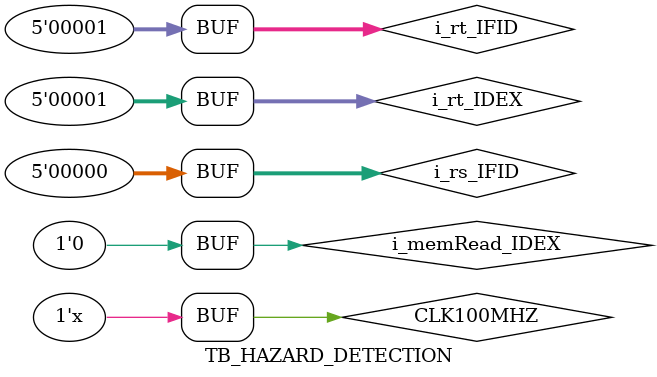
<source format=v>
`timescale 1ns / 1ps



`define len 32
`define NB $clog2(`len)

module TB_HAZARD_DETECTION(
    );
	
	reg i_memRead_IDEX;
	reg [`NB-1:0] i_rt_IDEX;
	reg [`NB-1:0] i_rs_IFID;
	reg [`NB-1:0] i_rt_IFID;
	reg CLK100MHZ;

	HAZARD_DETECTION #(.len(`len), .NB(`NB))
	HAZARD_DETECTION(
		.i_memRead_IDEX(i_memRead_IDEX), //que la inst anterior sea un load
		.i_rt_IDEX(i_rt_IDEX), //destino del load
		.i_rs_IFID(i_rs_IFID), //source de la inst actual
		.i_rt_IFID(i_rt_IFID) //source de la inst atual
		);

	initial begin
		CLK100MHZ = 0;

		i_memRead_IDEX = 0;
		i_rt_IDEX = 1;
		i_rs_IFID = 0;
		i_rt_IFID = 0;
		//stallFlag = 0, no hay riesgo
		#10

		i_memRead_IDEX = 0;
		i_rt_IDEX = 1;
		i_rs_IFID = 1;
		i_rt_IFID = 0;
		//stallFlag = 0, no hay riesgo
		#10

		i_memRead_IDEX = 0;
		i_rt_IDEX = 1;
		i_rs_IFID = 0;
		i_rt_IFID = 1;
		//stallFlag = 0, no hay riesgo
		#10

		i_memRead_IDEX = 0;
		i_rt_IDEX = 1;
		i_rs_IFID = 1;
		i_rt_IFID = 1;
		//stallFlag = 0, no hay riesgo
		#10

		i_memRead_IDEX = 1;
		i_rt_IDEX = 1;
		i_rs_IFID = 0;
		i_rt_IFID = 0;
		//stallFlag = 0, no hay riesgo porque isnt actual no usa como operandos resultado del load
		#10

		i_memRead_IDEX = 1;
		i_rt_IDEX = 1;
		i_rs_IFID = 0;
		i_rt_IFID = 1;
		//stallFlag = 1, hay riesgo
		#10

		i_memRead_IDEX = 1;
		i_rt_IDEX = 1;
		i_rs_IFID = 1;
		i_rt_IFID = 0;
		//stallFlag = 1, hay riesgo
		#10

		i_memRead_IDEX = 1;
		i_rt_IDEX = 1;
		i_rs_IFID = 1;
		i_rt_IFID = 1;
        //stallFlag = 1, hay riesgo
	
        #10
        i_memRead_IDEX = 0;
		i_rt_IDEX = 1;
		i_rs_IFID = 0;
		i_rt_IFID = 1;
		//stallFlag = 0, no hay riesgo
		
	
	end

	always
		#5 CLK100MHZ = ~CLK100MHZ;
		
endmodule
</source>
